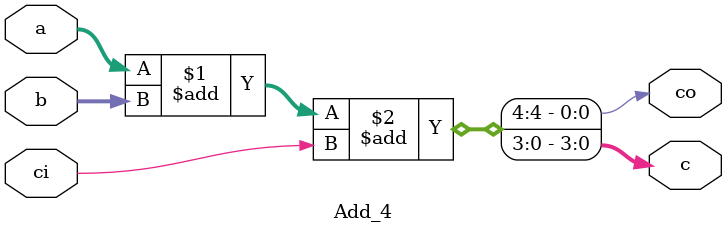
<source format=v>
module			Add_4 (co, c, a, b, ci);

output			co;
output	[3:0]	c;
input	[3:0]	a, b;
input			ci;

assign {co, c} = a + b + ci ;

endmodule
</source>
